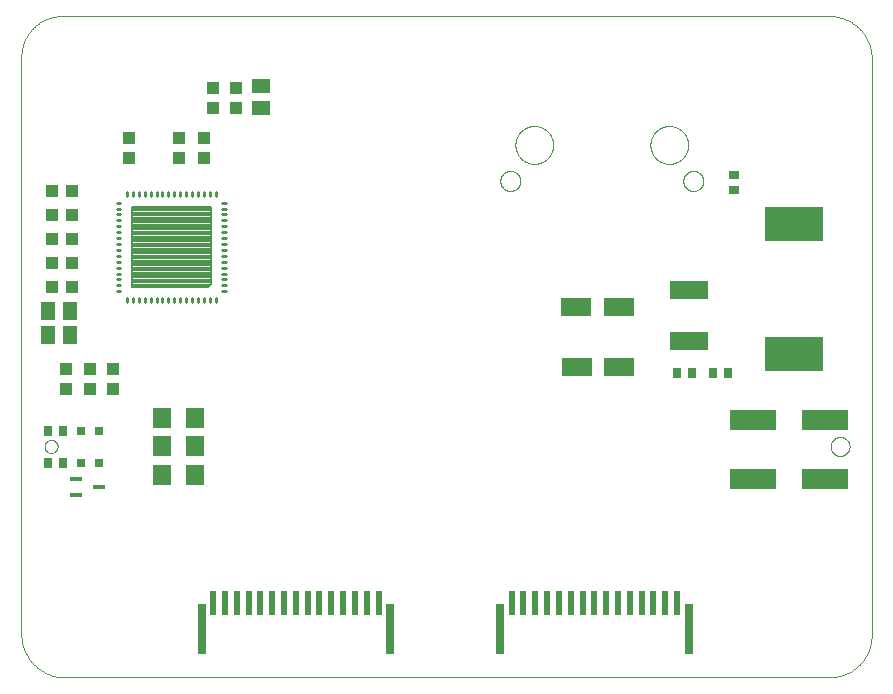
<source format=gtp>
G75*
%MOIN*%
%OFA0B0*%
%FSLAX25Y25*%
%IPPOS*%
%LPD*%
%AMOC8*
5,1,8,0,0,1.08239X$1,22.5*
%
%ADD10C,0.00000*%
%ADD11R,0.02400X0.07900*%
%ADD12R,0.02800X0.16500*%
%ADD13R,0.12992X0.06102*%
%ADD14R,0.02756X0.03543*%
%ADD15R,0.03150X0.03150*%
%ADD16R,0.10236X0.06299*%
%ADD17R,0.06299X0.07087*%
%ADD18R,0.04400X0.01800*%
%ADD19R,0.15748X0.07087*%
%ADD20R,0.03543X0.02756*%
%ADD21R,0.19685X0.11811*%
%ADD22C,0.00984*%
%ADD23C,0.00800*%
%ADD24R,0.04331X0.03937*%
%ADD25R,0.03937X0.04331*%
%ADD26R,0.05906X0.05118*%
%ADD27R,0.05118X0.05906*%
D10*
X0015673Y0001500D02*
X0270791Y0001500D01*
X0271133Y0001504D01*
X0271476Y0001517D01*
X0271818Y0001537D01*
X0272159Y0001566D01*
X0272499Y0001603D01*
X0272839Y0001649D01*
X0273177Y0001702D01*
X0273514Y0001764D01*
X0273849Y0001834D01*
X0274183Y0001912D01*
X0274514Y0001998D01*
X0274844Y0002092D01*
X0275171Y0002194D01*
X0275495Y0002303D01*
X0275817Y0002421D01*
X0276136Y0002546D01*
X0276451Y0002679D01*
X0276764Y0002820D01*
X0277072Y0002968D01*
X0277378Y0003123D01*
X0277679Y0003286D01*
X0277976Y0003456D01*
X0278269Y0003633D01*
X0278558Y0003818D01*
X0278842Y0004009D01*
X0279122Y0004207D01*
X0279396Y0004411D01*
X0279666Y0004623D01*
X0279930Y0004840D01*
X0280189Y0005064D01*
X0280443Y0005295D01*
X0280691Y0005531D01*
X0280933Y0005773D01*
X0281169Y0006021D01*
X0281400Y0006275D01*
X0281624Y0006534D01*
X0281841Y0006798D01*
X0282053Y0007068D01*
X0282257Y0007342D01*
X0282455Y0007622D01*
X0282646Y0007906D01*
X0282831Y0008195D01*
X0283008Y0008488D01*
X0283178Y0008785D01*
X0283341Y0009086D01*
X0283496Y0009392D01*
X0283644Y0009700D01*
X0283785Y0010013D01*
X0283918Y0010328D01*
X0284043Y0010647D01*
X0284161Y0010969D01*
X0284270Y0011293D01*
X0284372Y0011620D01*
X0284466Y0011950D01*
X0284552Y0012281D01*
X0284630Y0012615D01*
X0284700Y0012950D01*
X0284762Y0013287D01*
X0284815Y0013625D01*
X0284861Y0013965D01*
X0284898Y0014305D01*
X0284927Y0014646D01*
X0284947Y0014988D01*
X0284960Y0015331D01*
X0284964Y0015673D01*
X0284965Y0015673D02*
X0284965Y0207799D01*
X0284964Y0207799D02*
X0284960Y0208141D01*
X0284947Y0208484D01*
X0284927Y0208826D01*
X0284898Y0209167D01*
X0284861Y0209507D01*
X0284815Y0209847D01*
X0284762Y0210185D01*
X0284700Y0210522D01*
X0284630Y0210857D01*
X0284552Y0211191D01*
X0284466Y0211522D01*
X0284372Y0211852D01*
X0284270Y0212179D01*
X0284161Y0212503D01*
X0284043Y0212825D01*
X0283918Y0213144D01*
X0283785Y0213459D01*
X0283644Y0213772D01*
X0283496Y0214080D01*
X0283341Y0214386D01*
X0283178Y0214687D01*
X0283008Y0214984D01*
X0282831Y0215277D01*
X0282646Y0215566D01*
X0282455Y0215850D01*
X0282257Y0216130D01*
X0282053Y0216404D01*
X0281841Y0216674D01*
X0281624Y0216938D01*
X0281400Y0217197D01*
X0281169Y0217451D01*
X0280933Y0217699D01*
X0280691Y0217941D01*
X0280443Y0218177D01*
X0280189Y0218408D01*
X0279930Y0218632D01*
X0279666Y0218849D01*
X0279396Y0219061D01*
X0279122Y0219265D01*
X0278842Y0219463D01*
X0278558Y0219654D01*
X0278269Y0219839D01*
X0277976Y0220016D01*
X0277679Y0220186D01*
X0277378Y0220349D01*
X0277072Y0220504D01*
X0276764Y0220652D01*
X0276451Y0220793D01*
X0276136Y0220926D01*
X0275817Y0221051D01*
X0275495Y0221169D01*
X0275171Y0221278D01*
X0274844Y0221380D01*
X0274514Y0221474D01*
X0274183Y0221560D01*
X0273849Y0221638D01*
X0273514Y0221708D01*
X0273177Y0221770D01*
X0272839Y0221823D01*
X0272499Y0221869D01*
X0272159Y0221906D01*
X0271818Y0221935D01*
X0271476Y0221955D01*
X0271133Y0221968D01*
X0270791Y0221972D01*
X0015673Y0221972D01*
X0001500Y0208799D02*
X0001500Y0016673D01*
X0001492Y0016318D01*
X0001492Y0015963D01*
X0001502Y0015609D01*
X0001520Y0015254D01*
X0001546Y0014901D01*
X0001581Y0014548D01*
X0001625Y0014195D01*
X0001677Y0013845D01*
X0001737Y0013495D01*
X0001806Y0013147D01*
X0001884Y0012801D01*
X0001969Y0012456D01*
X0002063Y0012114D01*
X0002165Y0011774D01*
X0002276Y0011437D01*
X0002394Y0011103D01*
X0002521Y0010771D01*
X0002655Y0010443D01*
X0002798Y0010118D01*
X0002948Y0009797D01*
X0003106Y0009479D01*
X0003271Y0009165D01*
X0003445Y0008855D01*
X0003625Y0008550D01*
X0003813Y0008249D01*
X0004008Y0007953D01*
X0004210Y0007661D01*
X0004419Y0007375D01*
X0004635Y0007093D01*
X0004858Y0006817D01*
X0005088Y0006546D01*
X0005323Y0006281D01*
X0005566Y0006022D01*
X0005814Y0005769D01*
X0006068Y0005521D01*
X0006329Y0005280D01*
X0006595Y0005046D01*
X0006867Y0004817D01*
X0007144Y0004596D01*
X0007426Y0004381D01*
X0007714Y0004173D01*
X0008006Y0003972D01*
X0008303Y0003778D01*
X0008605Y0003592D01*
X0008911Y0003413D01*
X0009222Y0003241D01*
X0009536Y0003077D01*
X0009855Y0002920D01*
X0010177Y0002771D01*
X0010502Y0002630D01*
X0010831Y0002497D01*
X0011163Y0002372D01*
X0011498Y0002255D01*
X0011836Y0002146D01*
X0012176Y0002046D01*
X0012518Y0001953D01*
X0012863Y0001869D01*
X0013210Y0001793D01*
X0013558Y0001726D01*
X0013908Y0001667D01*
X0014259Y0001616D01*
X0014611Y0001574D01*
X0014965Y0001541D01*
X0015319Y0001516D01*
X0015673Y0001500D01*
X0009276Y0078500D02*
X0009278Y0078593D01*
X0009284Y0078685D01*
X0009294Y0078777D01*
X0009308Y0078868D01*
X0009325Y0078959D01*
X0009347Y0079049D01*
X0009372Y0079138D01*
X0009401Y0079226D01*
X0009434Y0079312D01*
X0009471Y0079397D01*
X0009511Y0079481D01*
X0009555Y0079562D01*
X0009602Y0079642D01*
X0009652Y0079720D01*
X0009706Y0079795D01*
X0009763Y0079868D01*
X0009823Y0079938D01*
X0009886Y0080006D01*
X0009952Y0080071D01*
X0010020Y0080133D01*
X0010091Y0080193D01*
X0010165Y0080249D01*
X0010241Y0080302D01*
X0010319Y0080351D01*
X0010399Y0080398D01*
X0010481Y0080440D01*
X0010565Y0080480D01*
X0010650Y0080515D01*
X0010737Y0080547D01*
X0010825Y0080576D01*
X0010914Y0080600D01*
X0011004Y0080621D01*
X0011095Y0080637D01*
X0011187Y0080650D01*
X0011279Y0080659D01*
X0011372Y0080664D01*
X0011464Y0080665D01*
X0011557Y0080662D01*
X0011649Y0080655D01*
X0011741Y0080644D01*
X0011832Y0080629D01*
X0011923Y0080611D01*
X0012013Y0080588D01*
X0012101Y0080562D01*
X0012189Y0080532D01*
X0012275Y0080498D01*
X0012359Y0080461D01*
X0012442Y0080419D01*
X0012523Y0080375D01*
X0012603Y0080327D01*
X0012680Y0080276D01*
X0012754Y0080221D01*
X0012827Y0080163D01*
X0012897Y0080103D01*
X0012964Y0080039D01*
X0013028Y0079973D01*
X0013090Y0079903D01*
X0013148Y0079832D01*
X0013203Y0079758D01*
X0013255Y0079681D01*
X0013304Y0079602D01*
X0013350Y0079522D01*
X0013392Y0079439D01*
X0013430Y0079355D01*
X0013465Y0079269D01*
X0013496Y0079182D01*
X0013523Y0079094D01*
X0013546Y0079004D01*
X0013566Y0078914D01*
X0013582Y0078823D01*
X0013594Y0078731D01*
X0013602Y0078639D01*
X0013606Y0078546D01*
X0013606Y0078454D01*
X0013602Y0078361D01*
X0013594Y0078269D01*
X0013582Y0078177D01*
X0013566Y0078086D01*
X0013546Y0077996D01*
X0013523Y0077906D01*
X0013496Y0077818D01*
X0013465Y0077731D01*
X0013430Y0077645D01*
X0013392Y0077561D01*
X0013350Y0077478D01*
X0013304Y0077398D01*
X0013255Y0077319D01*
X0013203Y0077242D01*
X0013148Y0077168D01*
X0013090Y0077097D01*
X0013028Y0077027D01*
X0012964Y0076961D01*
X0012897Y0076897D01*
X0012827Y0076837D01*
X0012754Y0076779D01*
X0012680Y0076724D01*
X0012603Y0076673D01*
X0012524Y0076625D01*
X0012442Y0076581D01*
X0012359Y0076539D01*
X0012275Y0076502D01*
X0012189Y0076468D01*
X0012101Y0076438D01*
X0012013Y0076412D01*
X0011923Y0076389D01*
X0011832Y0076371D01*
X0011741Y0076356D01*
X0011649Y0076345D01*
X0011557Y0076338D01*
X0011464Y0076335D01*
X0011372Y0076336D01*
X0011279Y0076341D01*
X0011187Y0076350D01*
X0011095Y0076363D01*
X0011004Y0076379D01*
X0010914Y0076400D01*
X0010825Y0076424D01*
X0010737Y0076453D01*
X0010650Y0076485D01*
X0010565Y0076520D01*
X0010481Y0076560D01*
X0010399Y0076602D01*
X0010319Y0076649D01*
X0010241Y0076698D01*
X0010165Y0076751D01*
X0010091Y0076807D01*
X0010020Y0076867D01*
X0009952Y0076929D01*
X0009886Y0076994D01*
X0009823Y0077062D01*
X0009763Y0077132D01*
X0009706Y0077205D01*
X0009652Y0077280D01*
X0009602Y0077358D01*
X0009555Y0077438D01*
X0009511Y0077519D01*
X0009471Y0077603D01*
X0009434Y0077688D01*
X0009401Y0077774D01*
X0009372Y0077862D01*
X0009347Y0077951D01*
X0009325Y0078041D01*
X0009308Y0078132D01*
X0009294Y0078223D01*
X0009284Y0078315D01*
X0009278Y0078407D01*
X0009276Y0078500D01*
X0161142Y0166992D02*
X0161144Y0167107D01*
X0161150Y0167223D01*
X0161160Y0167338D01*
X0161174Y0167453D01*
X0161192Y0167567D01*
X0161214Y0167680D01*
X0161239Y0167793D01*
X0161269Y0167904D01*
X0161302Y0168015D01*
X0161339Y0168124D01*
X0161380Y0168232D01*
X0161425Y0168339D01*
X0161473Y0168444D01*
X0161525Y0168547D01*
X0161581Y0168648D01*
X0161640Y0168748D01*
X0161702Y0168845D01*
X0161768Y0168940D01*
X0161836Y0169033D01*
X0161908Y0169123D01*
X0161983Y0169211D01*
X0162062Y0169296D01*
X0162143Y0169378D01*
X0162226Y0169458D01*
X0162313Y0169534D01*
X0162402Y0169608D01*
X0162493Y0169678D01*
X0162587Y0169746D01*
X0162683Y0169810D01*
X0162782Y0169870D01*
X0162882Y0169927D01*
X0162984Y0169981D01*
X0163088Y0170031D01*
X0163194Y0170078D01*
X0163301Y0170121D01*
X0163410Y0170160D01*
X0163520Y0170195D01*
X0163631Y0170226D01*
X0163743Y0170254D01*
X0163856Y0170278D01*
X0163970Y0170298D01*
X0164085Y0170314D01*
X0164200Y0170326D01*
X0164315Y0170334D01*
X0164430Y0170338D01*
X0164546Y0170338D01*
X0164661Y0170334D01*
X0164776Y0170326D01*
X0164891Y0170314D01*
X0165006Y0170298D01*
X0165120Y0170278D01*
X0165233Y0170254D01*
X0165345Y0170226D01*
X0165456Y0170195D01*
X0165566Y0170160D01*
X0165675Y0170121D01*
X0165782Y0170078D01*
X0165888Y0170031D01*
X0165992Y0169981D01*
X0166094Y0169927D01*
X0166194Y0169870D01*
X0166293Y0169810D01*
X0166389Y0169746D01*
X0166483Y0169678D01*
X0166574Y0169608D01*
X0166663Y0169534D01*
X0166750Y0169458D01*
X0166833Y0169378D01*
X0166914Y0169296D01*
X0166993Y0169211D01*
X0167068Y0169123D01*
X0167140Y0169033D01*
X0167208Y0168940D01*
X0167274Y0168845D01*
X0167336Y0168748D01*
X0167395Y0168648D01*
X0167451Y0168547D01*
X0167503Y0168444D01*
X0167551Y0168339D01*
X0167596Y0168232D01*
X0167637Y0168124D01*
X0167674Y0168015D01*
X0167707Y0167904D01*
X0167737Y0167793D01*
X0167762Y0167680D01*
X0167784Y0167567D01*
X0167802Y0167453D01*
X0167816Y0167338D01*
X0167826Y0167223D01*
X0167832Y0167107D01*
X0167834Y0166992D01*
X0167832Y0166877D01*
X0167826Y0166761D01*
X0167816Y0166646D01*
X0167802Y0166531D01*
X0167784Y0166417D01*
X0167762Y0166304D01*
X0167737Y0166191D01*
X0167707Y0166080D01*
X0167674Y0165969D01*
X0167637Y0165860D01*
X0167596Y0165752D01*
X0167551Y0165645D01*
X0167503Y0165540D01*
X0167451Y0165437D01*
X0167395Y0165336D01*
X0167336Y0165236D01*
X0167274Y0165139D01*
X0167208Y0165044D01*
X0167140Y0164951D01*
X0167068Y0164861D01*
X0166993Y0164773D01*
X0166914Y0164688D01*
X0166833Y0164606D01*
X0166750Y0164526D01*
X0166663Y0164450D01*
X0166574Y0164376D01*
X0166483Y0164306D01*
X0166389Y0164238D01*
X0166293Y0164174D01*
X0166194Y0164114D01*
X0166094Y0164057D01*
X0165992Y0164003D01*
X0165888Y0163953D01*
X0165782Y0163906D01*
X0165675Y0163863D01*
X0165566Y0163824D01*
X0165456Y0163789D01*
X0165345Y0163758D01*
X0165233Y0163730D01*
X0165120Y0163706D01*
X0165006Y0163686D01*
X0164891Y0163670D01*
X0164776Y0163658D01*
X0164661Y0163650D01*
X0164546Y0163646D01*
X0164430Y0163646D01*
X0164315Y0163650D01*
X0164200Y0163658D01*
X0164085Y0163670D01*
X0163970Y0163686D01*
X0163856Y0163706D01*
X0163743Y0163730D01*
X0163631Y0163758D01*
X0163520Y0163789D01*
X0163410Y0163824D01*
X0163301Y0163863D01*
X0163194Y0163906D01*
X0163088Y0163953D01*
X0162984Y0164003D01*
X0162882Y0164057D01*
X0162782Y0164114D01*
X0162683Y0164174D01*
X0162587Y0164238D01*
X0162493Y0164306D01*
X0162402Y0164376D01*
X0162313Y0164450D01*
X0162226Y0164526D01*
X0162143Y0164606D01*
X0162062Y0164688D01*
X0161983Y0164773D01*
X0161908Y0164861D01*
X0161836Y0164951D01*
X0161768Y0165044D01*
X0161702Y0165139D01*
X0161640Y0165236D01*
X0161581Y0165336D01*
X0161525Y0165437D01*
X0161473Y0165540D01*
X0161425Y0165645D01*
X0161380Y0165752D01*
X0161339Y0165860D01*
X0161302Y0165969D01*
X0161269Y0166080D01*
X0161239Y0166191D01*
X0161214Y0166304D01*
X0161192Y0166417D01*
X0161174Y0166531D01*
X0161160Y0166646D01*
X0161150Y0166761D01*
X0161144Y0166877D01*
X0161142Y0166992D01*
X0166201Y0179000D02*
X0166203Y0179158D01*
X0166209Y0179316D01*
X0166219Y0179474D01*
X0166233Y0179632D01*
X0166251Y0179789D01*
X0166272Y0179946D01*
X0166298Y0180102D01*
X0166328Y0180258D01*
X0166361Y0180413D01*
X0166399Y0180566D01*
X0166440Y0180719D01*
X0166485Y0180871D01*
X0166534Y0181022D01*
X0166587Y0181171D01*
X0166643Y0181319D01*
X0166703Y0181465D01*
X0166767Y0181610D01*
X0166835Y0181753D01*
X0166906Y0181895D01*
X0166980Y0182035D01*
X0167058Y0182172D01*
X0167140Y0182308D01*
X0167224Y0182442D01*
X0167313Y0182573D01*
X0167404Y0182702D01*
X0167499Y0182829D01*
X0167596Y0182954D01*
X0167697Y0183076D01*
X0167801Y0183195D01*
X0167908Y0183312D01*
X0168018Y0183426D01*
X0168131Y0183537D01*
X0168246Y0183646D01*
X0168364Y0183751D01*
X0168485Y0183853D01*
X0168608Y0183953D01*
X0168734Y0184049D01*
X0168862Y0184142D01*
X0168992Y0184232D01*
X0169125Y0184318D01*
X0169260Y0184402D01*
X0169396Y0184481D01*
X0169535Y0184558D01*
X0169676Y0184630D01*
X0169818Y0184700D01*
X0169962Y0184765D01*
X0170108Y0184827D01*
X0170255Y0184885D01*
X0170404Y0184940D01*
X0170554Y0184991D01*
X0170705Y0185038D01*
X0170857Y0185081D01*
X0171010Y0185120D01*
X0171165Y0185156D01*
X0171320Y0185187D01*
X0171476Y0185215D01*
X0171632Y0185239D01*
X0171789Y0185259D01*
X0171947Y0185275D01*
X0172104Y0185287D01*
X0172263Y0185295D01*
X0172421Y0185299D01*
X0172579Y0185299D01*
X0172737Y0185295D01*
X0172896Y0185287D01*
X0173053Y0185275D01*
X0173211Y0185259D01*
X0173368Y0185239D01*
X0173524Y0185215D01*
X0173680Y0185187D01*
X0173835Y0185156D01*
X0173990Y0185120D01*
X0174143Y0185081D01*
X0174295Y0185038D01*
X0174446Y0184991D01*
X0174596Y0184940D01*
X0174745Y0184885D01*
X0174892Y0184827D01*
X0175038Y0184765D01*
X0175182Y0184700D01*
X0175324Y0184630D01*
X0175465Y0184558D01*
X0175604Y0184481D01*
X0175740Y0184402D01*
X0175875Y0184318D01*
X0176008Y0184232D01*
X0176138Y0184142D01*
X0176266Y0184049D01*
X0176392Y0183953D01*
X0176515Y0183853D01*
X0176636Y0183751D01*
X0176754Y0183646D01*
X0176869Y0183537D01*
X0176982Y0183426D01*
X0177092Y0183312D01*
X0177199Y0183195D01*
X0177303Y0183076D01*
X0177404Y0182954D01*
X0177501Y0182829D01*
X0177596Y0182702D01*
X0177687Y0182573D01*
X0177776Y0182442D01*
X0177860Y0182308D01*
X0177942Y0182172D01*
X0178020Y0182035D01*
X0178094Y0181895D01*
X0178165Y0181753D01*
X0178233Y0181610D01*
X0178297Y0181465D01*
X0178357Y0181319D01*
X0178413Y0181171D01*
X0178466Y0181022D01*
X0178515Y0180871D01*
X0178560Y0180719D01*
X0178601Y0180566D01*
X0178639Y0180413D01*
X0178672Y0180258D01*
X0178702Y0180102D01*
X0178728Y0179946D01*
X0178749Y0179789D01*
X0178767Y0179632D01*
X0178781Y0179474D01*
X0178791Y0179316D01*
X0178797Y0179158D01*
X0178799Y0179000D01*
X0178797Y0178842D01*
X0178791Y0178684D01*
X0178781Y0178526D01*
X0178767Y0178368D01*
X0178749Y0178211D01*
X0178728Y0178054D01*
X0178702Y0177898D01*
X0178672Y0177742D01*
X0178639Y0177587D01*
X0178601Y0177434D01*
X0178560Y0177281D01*
X0178515Y0177129D01*
X0178466Y0176978D01*
X0178413Y0176829D01*
X0178357Y0176681D01*
X0178297Y0176535D01*
X0178233Y0176390D01*
X0178165Y0176247D01*
X0178094Y0176105D01*
X0178020Y0175965D01*
X0177942Y0175828D01*
X0177860Y0175692D01*
X0177776Y0175558D01*
X0177687Y0175427D01*
X0177596Y0175298D01*
X0177501Y0175171D01*
X0177404Y0175046D01*
X0177303Y0174924D01*
X0177199Y0174805D01*
X0177092Y0174688D01*
X0176982Y0174574D01*
X0176869Y0174463D01*
X0176754Y0174354D01*
X0176636Y0174249D01*
X0176515Y0174147D01*
X0176392Y0174047D01*
X0176266Y0173951D01*
X0176138Y0173858D01*
X0176008Y0173768D01*
X0175875Y0173682D01*
X0175740Y0173598D01*
X0175604Y0173519D01*
X0175465Y0173442D01*
X0175324Y0173370D01*
X0175182Y0173300D01*
X0175038Y0173235D01*
X0174892Y0173173D01*
X0174745Y0173115D01*
X0174596Y0173060D01*
X0174446Y0173009D01*
X0174295Y0172962D01*
X0174143Y0172919D01*
X0173990Y0172880D01*
X0173835Y0172844D01*
X0173680Y0172813D01*
X0173524Y0172785D01*
X0173368Y0172761D01*
X0173211Y0172741D01*
X0173053Y0172725D01*
X0172896Y0172713D01*
X0172737Y0172705D01*
X0172579Y0172701D01*
X0172421Y0172701D01*
X0172263Y0172705D01*
X0172104Y0172713D01*
X0171947Y0172725D01*
X0171789Y0172741D01*
X0171632Y0172761D01*
X0171476Y0172785D01*
X0171320Y0172813D01*
X0171165Y0172844D01*
X0171010Y0172880D01*
X0170857Y0172919D01*
X0170705Y0172962D01*
X0170554Y0173009D01*
X0170404Y0173060D01*
X0170255Y0173115D01*
X0170108Y0173173D01*
X0169962Y0173235D01*
X0169818Y0173300D01*
X0169676Y0173370D01*
X0169535Y0173442D01*
X0169396Y0173519D01*
X0169260Y0173598D01*
X0169125Y0173682D01*
X0168992Y0173768D01*
X0168862Y0173858D01*
X0168734Y0173951D01*
X0168608Y0174047D01*
X0168485Y0174147D01*
X0168364Y0174249D01*
X0168246Y0174354D01*
X0168131Y0174463D01*
X0168018Y0174574D01*
X0167908Y0174688D01*
X0167801Y0174805D01*
X0167697Y0174924D01*
X0167596Y0175046D01*
X0167499Y0175171D01*
X0167404Y0175298D01*
X0167313Y0175427D01*
X0167224Y0175558D01*
X0167140Y0175692D01*
X0167058Y0175828D01*
X0166980Y0175965D01*
X0166906Y0176105D01*
X0166835Y0176247D01*
X0166767Y0176390D01*
X0166703Y0176535D01*
X0166643Y0176681D01*
X0166587Y0176829D01*
X0166534Y0176978D01*
X0166485Y0177129D01*
X0166440Y0177281D01*
X0166399Y0177434D01*
X0166361Y0177587D01*
X0166328Y0177742D01*
X0166298Y0177898D01*
X0166272Y0178054D01*
X0166251Y0178211D01*
X0166233Y0178368D01*
X0166219Y0178526D01*
X0166209Y0178684D01*
X0166203Y0178842D01*
X0166201Y0179000D01*
X0211201Y0179000D02*
X0211203Y0179158D01*
X0211209Y0179316D01*
X0211219Y0179474D01*
X0211233Y0179632D01*
X0211251Y0179789D01*
X0211272Y0179946D01*
X0211298Y0180102D01*
X0211328Y0180258D01*
X0211361Y0180413D01*
X0211399Y0180566D01*
X0211440Y0180719D01*
X0211485Y0180871D01*
X0211534Y0181022D01*
X0211587Y0181171D01*
X0211643Y0181319D01*
X0211703Y0181465D01*
X0211767Y0181610D01*
X0211835Y0181753D01*
X0211906Y0181895D01*
X0211980Y0182035D01*
X0212058Y0182172D01*
X0212140Y0182308D01*
X0212224Y0182442D01*
X0212313Y0182573D01*
X0212404Y0182702D01*
X0212499Y0182829D01*
X0212596Y0182954D01*
X0212697Y0183076D01*
X0212801Y0183195D01*
X0212908Y0183312D01*
X0213018Y0183426D01*
X0213131Y0183537D01*
X0213246Y0183646D01*
X0213364Y0183751D01*
X0213485Y0183853D01*
X0213608Y0183953D01*
X0213734Y0184049D01*
X0213862Y0184142D01*
X0213992Y0184232D01*
X0214125Y0184318D01*
X0214260Y0184402D01*
X0214396Y0184481D01*
X0214535Y0184558D01*
X0214676Y0184630D01*
X0214818Y0184700D01*
X0214962Y0184765D01*
X0215108Y0184827D01*
X0215255Y0184885D01*
X0215404Y0184940D01*
X0215554Y0184991D01*
X0215705Y0185038D01*
X0215857Y0185081D01*
X0216010Y0185120D01*
X0216165Y0185156D01*
X0216320Y0185187D01*
X0216476Y0185215D01*
X0216632Y0185239D01*
X0216789Y0185259D01*
X0216947Y0185275D01*
X0217104Y0185287D01*
X0217263Y0185295D01*
X0217421Y0185299D01*
X0217579Y0185299D01*
X0217737Y0185295D01*
X0217896Y0185287D01*
X0218053Y0185275D01*
X0218211Y0185259D01*
X0218368Y0185239D01*
X0218524Y0185215D01*
X0218680Y0185187D01*
X0218835Y0185156D01*
X0218990Y0185120D01*
X0219143Y0185081D01*
X0219295Y0185038D01*
X0219446Y0184991D01*
X0219596Y0184940D01*
X0219745Y0184885D01*
X0219892Y0184827D01*
X0220038Y0184765D01*
X0220182Y0184700D01*
X0220324Y0184630D01*
X0220465Y0184558D01*
X0220604Y0184481D01*
X0220740Y0184402D01*
X0220875Y0184318D01*
X0221008Y0184232D01*
X0221138Y0184142D01*
X0221266Y0184049D01*
X0221392Y0183953D01*
X0221515Y0183853D01*
X0221636Y0183751D01*
X0221754Y0183646D01*
X0221869Y0183537D01*
X0221982Y0183426D01*
X0222092Y0183312D01*
X0222199Y0183195D01*
X0222303Y0183076D01*
X0222404Y0182954D01*
X0222501Y0182829D01*
X0222596Y0182702D01*
X0222687Y0182573D01*
X0222776Y0182442D01*
X0222860Y0182308D01*
X0222942Y0182172D01*
X0223020Y0182035D01*
X0223094Y0181895D01*
X0223165Y0181753D01*
X0223233Y0181610D01*
X0223297Y0181465D01*
X0223357Y0181319D01*
X0223413Y0181171D01*
X0223466Y0181022D01*
X0223515Y0180871D01*
X0223560Y0180719D01*
X0223601Y0180566D01*
X0223639Y0180413D01*
X0223672Y0180258D01*
X0223702Y0180102D01*
X0223728Y0179946D01*
X0223749Y0179789D01*
X0223767Y0179632D01*
X0223781Y0179474D01*
X0223791Y0179316D01*
X0223797Y0179158D01*
X0223799Y0179000D01*
X0223797Y0178842D01*
X0223791Y0178684D01*
X0223781Y0178526D01*
X0223767Y0178368D01*
X0223749Y0178211D01*
X0223728Y0178054D01*
X0223702Y0177898D01*
X0223672Y0177742D01*
X0223639Y0177587D01*
X0223601Y0177434D01*
X0223560Y0177281D01*
X0223515Y0177129D01*
X0223466Y0176978D01*
X0223413Y0176829D01*
X0223357Y0176681D01*
X0223297Y0176535D01*
X0223233Y0176390D01*
X0223165Y0176247D01*
X0223094Y0176105D01*
X0223020Y0175965D01*
X0222942Y0175828D01*
X0222860Y0175692D01*
X0222776Y0175558D01*
X0222687Y0175427D01*
X0222596Y0175298D01*
X0222501Y0175171D01*
X0222404Y0175046D01*
X0222303Y0174924D01*
X0222199Y0174805D01*
X0222092Y0174688D01*
X0221982Y0174574D01*
X0221869Y0174463D01*
X0221754Y0174354D01*
X0221636Y0174249D01*
X0221515Y0174147D01*
X0221392Y0174047D01*
X0221266Y0173951D01*
X0221138Y0173858D01*
X0221008Y0173768D01*
X0220875Y0173682D01*
X0220740Y0173598D01*
X0220604Y0173519D01*
X0220465Y0173442D01*
X0220324Y0173370D01*
X0220182Y0173300D01*
X0220038Y0173235D01*
X0219892Y0173173D01*
X0219745Y0173115D01*
X0219596Y0173060D01*
X0219446Y0173009D01*
X0219295Y0172962D01*
X0219143Y0172919D01*
X0218990Y0172880D01*
X0218835Y0172844D01*
X0218680Y0172813D01*
X0218524Y0172785D01*
X0218368Y0172761D01*
X0218211Y0172741D01*
X0218053Y0172725D01*
X0217896Y0172713D01*
X0217737Y0172705D01*
X0217579Y0172701D01*
X0217421Y0172701D01*
X0217263Y0172705D01*
X0217104Y0172713D01*
X0216947Y0172725D01*
X0216789Y0172741D01*
X0216632Y0172761D01*
X0216476Y0172785D01*
X0216320Y0172813D01*
X0216165Y0172844D01*
X0216010Y0172880D01*
X0215857Y0172919D01*
X0215705Y0172962D01*
X0215554Y0173009D01*
X0215404Y0173060D01*
X0215255Y0173115D01*
X0215108Y0173173D01*
X0214962Y0173235D01*
X0214818Y0173300D01*
X0214676Y0173370D01*
X0214535Y0173442D01*
X0214396Y0173519D01*
X0214260Y0173598D01*
X0214125Y0173682D01*
X0213992Y0173768D01*
X0213862Y0173858D01*
X0213734Y0173951D01*
X0213608Y0174047D01*
X0213485Y0174147D01*
X0213364Y0174249D01*
X0213246Y0174354D01*
X0213131Y0174463D01*
X0213018Y0174574D01*
X0212908Y0174688D01*
X0212801Y0174805D01*
X0212697Y0174924D01*
X0212596Y0175046D01*
X0212499Y0175171D01*
X0212404Y0175298D01*
X0212313Y0175427D01*
X0212224Y0175558D01*
X0212140Y0175692D01*
X0212058Y0175828D01*
X0211980Y0175965D01*
X0211906Y0176105D01*
X0211835Y0176247D01*
X0211767Y0176390D01*
X0211703Y0176535D01*
X0211643Y0176681D01*
X0211587Y0176829D01*
X0211534Y0176978D01*
X0211485Y0177129D01*
X0211440Y0177281D01*
X0211399Y0177434D01*
X0211361Y0177587D01*
X0211328Y0177742D01*
X0211298Y0177898D01*
X0211272Y0178054D01*
X0211251Y0178211D01*
X0211233Y0178368D01*
X0211219Y0178526D01*
X0211209Y0178684D01*
X0211203Y0178842D01*
X0211201Y0179000D01*
X0222166Y0166992D02*
X0222168Y0167107D01*
X0222174Y0167223D01*
X0222184Y0167338D01*
X0222198Y0167453D01*
X0222216Y0167567D01*
X0222238Y0167680D01*
X0222263Y0167793D01*
X0222293Y0167904D01*
X0222326Y0168015D01*
X0222363Y0168124D01*
X0222404Y0168232D01*
X0222449Y0168339D01*
X0222497Y0168444D01*
X0222549Y0168547D01*
X0222605Y0168648D01*
X0222664Y0168748D01*
X0222726Y0168845D01*
X0222792Y0168940D01*
X0222860Y0169033D01*
X0222932Y0169123D01*
X0223007Y0169211D01*
X0223086Y0169296D01*
X0223167Y0169378D01*
X0223250Y0169458D01*
X0223337Y0169534D01*
X0223426Y0169608D01*
X0223517Y0169678D01*
X0223611Y0169746D01*
X0223707Y0169810D01*
X0223806Y0169870D01*
X0223906Y0169927D01*
X0224008Y0169981D01*
X0224112Y0170031D01*
X0224218Y0170078D01*
X0224325Y0170121D01*
X0224434Y0170160D01*
X0224544Y0170195D01*
X0224655Y0170226D01*
X0224767Y0170254D01*
X0224880Y0170278D01*
X0224994Y0170298D01*
X0225109Y0170314D01*
X0225224Y0170326D01*
X0225339Y0170334D01*
X0225454Y0170338D01*
X0225570Y0170338D01*
X0225685Y0170334D01*
X0225800Y0170326D01*
X0225915Y0170314D01*
X0226030Y0170298D01*
X0226144Y0170278D01*
X0226257Y0170254D01*
X0226369Y0170226D01*
X0226480Y0170195D01*
X0226590Y0170160D01*
X0226699Y0170121D01*
X0226806Y0170078D01*
X0226912Y0170031D01*
X0227016Y0169981D01*
X0227118Y0169927D01*
X0227218Y0169870D01*
X0227317Y0169810D01*
X0227413Y0169746D01*
X0227507Y0169678D01*
X0227598Y0169608D01*
X0227687Y0169534D01*
X0227774Y0169458D01*
X0227857Y0169378D01*
X0227938Y0169296D01*
X0228017Y0169211D01*
X0228092Y0169123D01*
X0228164Y0169033D01*
X0228232Y0168940D01*
X0228298Y0168845D01*
X0228360Y0168748D01*
X0228419Y0168648D01*
X0228475Y0168547D01*
X0228527Y0168444D01*
X0228575Y0168339D01*
X0228620Y0168232D01*
X0228661Y0168124D01*
X0228698Y0168015D01*
X0228731Y0167904D01*
X0228761Y0167793D01*
X0228786Y0167680D01*
X0228808Y0167567D01*
X0228826Y0167453D01*
X0228840Y0167338D01*
X0228850Y0167223D01*
X0228856Y0167107D01*
X0228858Y0166992D01*
X0228856Y0166877D01*
X0228850Y0166761D01*
X0228840Y0166646D01*
X0228826Y0166531D01*
X0228808Y0166417D01*
X0228786Y0166304D01*
X0228761Y0166191D01*
X0228731Y0166080D01*
X0228698Y0165969D01*
X0228661Y0165860D01*
X0228620Y0165752D01*
X0228575Y0165645D01*
X0228527Y0165540D01*
X0228475Y0165437D01*
X0228419Y0165336D01*
X0228360Y0165236D01*
X0228298Y0165139D01*
X0228232Y0165044D01*
X0228164Y0164951D01*
X0228092Y0164861D01*
X0228017Y0164773D01*
X0227938Y0164688D01*
X0227857Y0164606D01*
X0227774Y0164526D01*
X0227687Y0164450D01*
X0227598Y0164376D01*
X0227507Y0164306D01*
X0227413Y0164238D01*
X0227317Y0164174D01*
X0227218Y0164114D01*
X0227118Y0164057D01*
X0227016Y0164003D01*
X0226912Y0163953D01*
X0226806Y0163906D01*
X0226699Y0163863D01*
X0226590Y0163824D01*
X0226480Y0163789D01*
X0226369Y0163758D01*
X0226257Y0163730D01*
X0226144Y0163706D01*
X0226030Y0163686D01*
X0225915Y0163670D01*
X0225800Y0163658D01*
X0225685Y0163650D01*
X0225570Y0163646D01*
X0225454Y0163646D01*
X0225339Y0163650D01*
X0225224Y0163658D01*
X0225109Y0163670D01*
X0224994Y0163686D01*
X0224880Y0163706D01*
X0224767Y0163730D01*
X0224655Y0163758D01*
X0224544Y0163789D01*
X0224434Y0163824D01*
X0224325Y0163863D01*
X0224218Y0163906D01*
X0224112Y0163953D01*
X0224008Y0164003D01*
X0223906Y0164057D01*
X0223806Y0164114D01*
X0223707Y0164174D01*
X0223611Y0164238D01*
X0223517Y0164306D01*
X0223426Y0164376D01*
X0223337Y0164450D01*
X0223250Y0164526D01*
X0223167Y0164606D01*
X0223086Y0164688D01*
X0223007Y0164773D01*
X0222932Y0164861D01*
X0222860Y0164951D01*
X0222792Y0165044D01*
X0222726Y0165139D01*
X0222664Y0165236D01*
X0222605Y0165336D01*
X0222549Y0165437D01*
X0222497Y0165540D01*
X0222449Y0165645D01*
X0222404Y0165752D01*
X0222363Y0165860D01*
X0222326Y0165969D01*
X0222293Y0166080D01*
X0222263Y0166191D01*
X0222238Y0166304D01*
X0222216Y0166417D01*
X0222198Y0166531D01*
X0222184Y0166646D01*
X0222174Y0166761D01*
X0222168Y0166877D01*
X0222166Y0166992D01*
X0271283Y0078500D02*
X0271285Y0078612D01*
X0271291Y0078723D01*
X0271301Y0078835D01*
X0271315Y0078946D01*
X0271332Y0079056D01*
X0271354Y0079166D01*
X0271380Y0079275D01*
X0271409Y0079383D01*
X0271442Y0079489D01*
X0271479Y0079595D01*
X0271520Y0079699D01*
X0271565Y0079802D01*
X0271613Y0079903D01*
X0271664Y0080002D01*
X0271719Y0080099D01*
X0271778Y0080194D01*
X0271839Y0080288D01*
X0271904Y0080379D01*
X0271973Y0080467D01*
X0272044Y0080553D01*
X0272118Y0080637D01*
X0272196Y0080717D01*
X0272276Y0080795D01*
X0272359Y0080871D01*
X0272444Y0080943D01*
X0272532Y0081012D01*
X0272622Y0081078D01*
X0272715Y0081140D01*
X0272810Y0081200D01*
X0272907Y0081256D01*
X0273005Y0081308D01*
X0273106Y0081357D01*
X0273208Y0081402D01*
X0273312Y0081444D01*
X0273417Y0081482D01*
X0273524Y0081516D01*
X0273631Y0081546D01*
X0273740Y0081573D01*
X0273849Y0081595D01*
X0273960Y0081614D01*
X0274070Y0081629D01*
X0274182Y0081640D01*
X0274293Y0081647D01*
X0274405Y0081650D01*
X0274517Y0081649D01*
X0274629Y0081644D01*
X0274740Y0081635D01*
X0274851Y0081622D01*
X0274962Y0081605D01*
X0275072Y0081585D01*
X0275181Y0081560D01*
X0275289Y0081532D01*
X0275396Y0081499D01*
X0275502Y0081463D01*
X0275606Y0081423D01*
X0275709Y0081380D01*
X0275811Y0081333D01*
X0275910Y0081282D01*
X0276008Y0081228D01*
X0276104Y0081170D01*
X0276198Y0081109D01*
X0276289Y0081045D01*
X0276378Y0080978D01*
X0276465Y0080907D01*
X0276549Y0080833D01*
X0276631Y0080757D01*
X0276709Y0080677D01*
X0276785Y0080595D01*
X0276858Y0080510D01*
X0276928Y0080423D01*
X0276994Y0080333D01*
X0277058Y0080241D01*
X0277118Y0080147D01*
X0277175Y0080051D01*
X0277228Y0079952D01*
X0277278Y0079852D01*
X0277324Y0079751D01*
X0277367Y0079647D01*
X0277406Y0079542D01*
X0277441Y0079436D01*
X0277472Y0079329D01*
X0277500Y0079220D01*
X0277523Y0079111D01*
X0277543Y0079001D01*
X0277559Y0078890D01*
X0277571Y0078779D01*
X0277579Y0078668D01*
X0277583Y0078556D01*
X0277583Y0078444D01*
X0277579Y0078332D01*
X0277571Y0078221D01*
X0277559Y0078110D01*
X0277543Y0077999D01*
X0277523Y0077889D01*
X0277500Y0077780D01*
X0277472Y0077671D01*
X0277441Y0077564D01*
X0277406Y0077458D01*
X0277367Y0077353D01*
X0277324Y0077249D01*
X0277278Y0077148D01*
X0277228Y0077048D01*
X0277175Y0076949D01*
X0277118Y0076853D01*
X0277058Y0076759D01*
X0276994Y0076667D01*
X0276928Y0076577D01*
X0276858Y0076490D01*
X0276785Y0076405D01*
X0276709Y0076323D01*
X0276631Y0076243D01*
X0276549Y0076167D01*
X0276465Y0076093D01*
X0276378Y0076022D01*
X0276289Y0075955D01*
X0276198Y0075891D01*
X0276104Y0075830D01*
X0276008Y0075772D01*
X0275910Y0075718D01*
X0275811Y0075667D01*
X0275709Y0075620D01*
X0275606Y0075577D01*
X0275502Y0075537D01*
X0275396Y0075501D01*
X0275289Y0075468D01*
X0275181Y0075440D01*
X0275072Y0075415D01*
X0274962Y0075395D01*
X0274851Y0075378D01*
X0274740Y0075365D01*
X0274629Y0075356D01*
X0274517Y0075351D01*
X0274405Y0075350D01*
X0274293Y0075353D01*
X0274182Y0075360D01*
X0274070Y0075371D01*
X0273960Y0075386D01*
X0273849Y0075405D01*
X0273740Y0075427D01*
X0273631Y0075454D01*
X0273524Y0075484D01*
X0273417Y0075518D01*
X0273312Y0075556D01*
X0273208Y0075598D01*
X0273106Y0075643D01*
X0273005Y0075692D01*
X0272907Y0075744D01*
X0272810Y0075800D01*
X0272715Y0075860D01*
X0272622Y0075922D01*
X0272532Y0075988D01*
X0272444Y0076057D01*
X0272359Y0076129D01*
X0272276Y0076205D01*
X0272196Y0076283D01*
X0272118Y0076363D01*
X0272044Y0076447D01*
X0271973Y0076533D01*
X0271904Y0076621D01*
X0271839Y0076712D01*
X0271778Y0076806D01*
X0271719Y0076901D01*
X0271664Y0076998D01*
X0271613Y0077097D01*
X0271565Y0077198D01*
X0271520Y0077301D01*
X0271479Y0077405D01*
X0271442Y0077511D01*
X0271409Y0077617D01*
X0271380Y0077725D01*
X0271354Y0077834D01*
X0271332Y0077944D01*
X0271315Y0078054D01*
X0271301Y0078165D01*
X0271291Y0078277D01*
X0271285Y0078388D01*
X0271283Y0078500D01*
X0015673Y0221972D02*
X0015342Y0221980D01*
X0015012Y0221980D01*
X0014681Y0221972D01*
X0014351Y0221956D01*
X0014021Y0221932D01*
X0013692Y0221901D01*
X0013364Y0221861D01*
X0013037Y0221813D01*
X0012711Y0221758D01*
X0012386Y0221694D01*
X0012063Y0221623D01*
X0011742Y0221544D01*
X0011423Y0221457D01*
X0011107Y0221363D01*
X0010792Y0221261D01*
X0010480Y0221151D01*
X0010171Y0221034D01*
X0009865Y0220909D01*
X0009562Y0220777D01*
X0009262Y0220638D01*
X0008965Y0220492D01*
X0008672Y0220338D01*
X0008383Y0220177D01*
X0008098Y0220010D01*
X0007817Y0219836D01*
X0007541Y0219654D01*
X0007269Y0219467D01*
X0007001Y0219272D01*
X0006738Y0219072D01*
X0006480Y0218865D01*
X0006228Y0218652D01*
X0005980Y0218433D01*
X0005738Y0218207D01*
X0005501Y0217977D01*
X0005270Y0217740D01*
X0005045Y0217498D01*
X0004826Y0217251D01*
X0004612Y0216998D01*
X0004405Y0216740D01*
X0004204Y0216478D01*
X0004010Y0216210D01*
X0003822Y0215938D01*
X0003641Y0215662D01*
X0003466Y0215381D01*
X0003299Y0215096D01*
X0003138Y0214807D01*
X0002984Y0214514D01*
X0002838Y0214218D01*
X0002698Y0213918D01*
X0002566Y0213615D01*
X0002441Y0213309D01*
X0002324Y0213000D01*
X0002214Y0212688D01*
X0002112Y0212373D01*
X0002017Y0212057D01*
X0001930Y0211738D01*
X0001851Y0211417D01*
X0001779Y0211094D01*
X0001716Y0210769D01*
X0001660Y0210443D01*
X0001612Y0210116D01*
X0001572Y0209788D01*
X0001540Y0209459D01*
X0001516Y0209129D01*
X0001500Y0208799D01*
D11*
X0065500Y0026200D03*
X0069400Y0026200D03*
X0073300Y0026200D03*
X0077300Y0026200D03*
X0081200Y0026200D03*
X0085200Y0026200D03*
X0089100Y0026200D03*
X0093000Y0026200D03*
X0097000Y0026200D03*
X0100900Y0026200D03*
X0104800Y0026200D03*
X0108800Y0026200D03*
X0112700Y0026200D03*
X0116700Y0026200D03*
X0120600Y0026200D03*
X0165000Y0026200D03*
X0168900Y0026200D03*
X0172800Y0026200D03*
X0176800Y0026200D03*
X0180700Y0026200D03*
X0184700Y0026200D03*
X0188600Y0026200D03*
X0192500Y0026200D03*
X0196500Y0026200D03*
X0200400Y0026200D03*
X0204300Y0026200D03*
X0208300Y0026200D03*
X0212200Y0026200D03*
X0216200Y0026200D03*
X0220100Y0026200D03*
D12*
X0224000Y0017800D03*
X0161100Y0017800D03*
X0124500Y0017800D03*
X0061600Y0017800D03*
D13*
X0224200Y0113598D03*
X0224200Y0130802D03*
D14*
X0225059Y0103000D03*
X0219941Y0103000D03*
X0231941Y0103000D03*
X0237059Y0103000D03*
X0015559Y0083500D03*
X0010441Y0083500D03*
X0010441Y0073000D03*
X0015559Y0073000D03*
D15*
X0021547Y0073000D03*
X0027453Y0073000D03*
X0027453Y0083500D03*
X0021547Y0083500D03*
D16*
X0186613Y0105000D03*
X0200787Y0105000D03*
X0200737Y0125000D03*
X0186563Y0125000D03*
D17*
X0059512Y0088000D03*
X0059512Y0078500D03*
X0048488Y0078500D03*
X0048488Y0088000D03*
X0048488Y0069000D03*
X0059512Y0069000D03*
D18*
X0027400Y0064950D03*
X0019800Y0062350D03*
X0019800Y0067550D03*
D19*
X0245500Y0067657D03*
X0245500Y0087343D03*
X0269500Y0087343D03*
X0269500Y0067657D03*
D20*
X0239150Y0163941D03*
X0239150Y0169059D03*
D21*
X0259000Y0152654D03*
X0259000Y0109346D03*
D22*
X0069716Y0130236D02*
X0068536Y0130236D01*
X0068536Y0132205D02*
X0069716Y0132205D01*
X0069716Y0134173D02*
X0068536Y0134173D01*
X0068536Y0136142D02*
X0069716Y0136142D01*
X0069716Y0138110D02*
X0068536Y0138110D01*
X0068536Y0140079D02*
X0069716Y0140079D01*
X0069716Y0142047D02*
X0068536Y0142047D01*
X0068536Y0144016D02*
X0069716Y0144016D01*
X0069716Y0145984D02*
X0068536Y0145984D01*
X0068536Y0147953D02*
X0069716Y0147953D01*
X0069716Y0149921D02*
X0068536Y0149921D01*
X0068536Y0151890D02*
X0069716Y0151890D01*
X0069716Y0153858D02*
X0068536Y0153858D01*
X0068536Y0155827D02*
X0069716Y0155827D01*
X0069716Y0157795D02*
X0068536Y0157795D01*
X0068536Y0159764D02*
X0069716Y0159764D01*
X0066264Y0162036D02*
X0066264Y0163216D01*
X0064295Y0163216D02*
X0064295Y0162036D01*
X0062327Y0162036D02*
X0062327Y0163216D01*
X0060358Y0163216D02*
X0060358Y0162036D01*
X0058390Y0162036D02*
X0058390Y0163216D01*
X0056421Y0163216D02*
X0056421Y0162036D01*
X0054453Y0162036D02*
X0054453Y0163216D01*
X0052484Y0163216D02*
X0052484Y0162036D01*
X0050516Y0162036D02*
X0050516Y0163216D01*
X0048547Y0163216D02*
X0048547Y0162036D01*
X0046579Y0162036D02*
X0046579Y0163216D01*
X0044610Y0163216D02*
X0044610Y0162036D01*
X0042642Y0162036D02*
X0042642Y0163216D01*
X0040673Y0163216D02*
X0040673Y0162036D01*
X0038705Y0162036D02*
X0038705Y0163216D01*
X0036736Y0163216D02*
X0036736Y0162036D01*
X0034464Y0159764D02*
X0033284Y0159764D01*
X0033284Y0157795D02*
X0034464Y0157795D01*
X0034464Y0155827D02*
X0033284Y0155827D01*
X0033284Y0153858D02*
X0034464Y0153858D01*
X0034464Y0151890D02*
X0033284Y0151890D01*
X0033284Y0149921D02*
X0034464Y0149921D01*
X0034464Y0147953D02*
X0033284Y0147953D01*
X0033284Y0145984D02*
X0034464Y0145984D01*
X0034464Y0144016D02*
X0033284Y0144016D01*
X0033284Y0142047D02*
X0034464Y0142047D01*
X0034464Y0140079D02*
X0033284Y0140079D01*
X0033284Y0138110D02*
X0034464Y0138110D01*
X0034464Y0136142D02*
X0033284Y0136142D01*
X0033284Y0134173D02*
X0034464Y0134173D01*
X0034464Y0132205D02*
X0033284Y0132205D01*
X0033284Y0130236D02*
X0034464Y0130236D01*
X0036736Y0127964D02*
X0036736Y0126784D01*
X0038705Y0126784D02*
X0038705Y0127964D01*
X0040673Y0127964D02*
X0040673Y0126784D01*
X0042642Y0126784D02*
X0042642Y0127964D01*
X0044610Y0127964D02*
X0044610Y0126784D01*
X0046579Y0126784D02*
X0046579Y0127964D01*
X0048547Y0127964D02*
X0048547Y0126784D01*
X0050516Y0126784D02*
X0050516Y0127964D01*
X0052484Y0127964D02*
X0052484Y0126784D01*
X0054453Y0126784D02*
X0054453Y0127964D01*
X0056421Y0127964D02*
X0056421Y0126784D01*
X0058390Y0126784D02*
X0058390Y0127964D01*
X0060358Y0127964D02*
X0060358Y0126784D01*
X0062327Y0126784D02*
X0062327Y0127964D01*
X0064295Y0127964D02*
X0064295Y0126784D01*
X0066264Y0126784D02*
X0066264Y0127964D01*
D23*
X0063705Y0131811D02*
X0038311Y0131811D01*
X0038311Y0158189D01*
X0064689Y0158189D01*
X0064689Y0132795D01*
X0063705Y0131811D01*
X0064350Y0132456D02*
X0038311Y0132456D01*
X0038311Y0133254D02*
X0064689Y0133254D01*
X0064689Y0134053D02*
X0038311Y0134053D01*
X0038311Y0134851D02*
X0064689Y0134851D01*
X0064689Y0135650D02*
X0038311Y0135650D01*
X0038311Y0136448D02*
X0064689Y0136448D01*
X0064689Y0137247D02*
X0038311Y0137247D01*
X0038311Y0138045D02*
X0064689Y0138045D01*
X0064689Y0138844D02*
X0038311Y0138844D01*
X0038311Y0139642D02*
X0064689Y0139642D01*
X0064689Y0140441D02*
X0038311Y0140441D01*
X0038311Y0141239D02*
X0064689Y0141239D01*
X0064689Y0142038D02*
X0038311Y0142038D01*
X0038311Y0142837D02*
X0064689Y0142837D01*
X0064689Y0143635D02*
X0038311Y0143635D01*
X0038311Y0144434D02*
X0064689Y0144434D01*
X0064689Y0145232D02*
X0038311Y0145232D01*
X0038311Y0146031D02*
X0064689Y0146031D01*
X0064689Y0146829D02*
X0038311Y0146829D01*
X0038311Y0147628D02*
X0064689Y0147628D01*
X0064689Y0148426D02*
X0038311Y0148426D01*
X0038311Y0149225D02*
X0064689Y0149225D01*
X0064689Y0150023D02*
X0038311Y0150023D01*
X0038311Y0150822D02*
X0064689Y0150822D01*
X0064689Y0151620D02*
X0038311Y0151620D01*
X0038311Y0152419D02*
X0064689Y0152419D01*
X0064689Y0153217D02*
X0038311Y0153217D01*
X0038311Y0154016D02*
X0064689Y0154016D01*
X0064689Y0154814D02*
X0038311Y0154814D01*
X0038311Y0155613D02*
X0064689Y0155613D01*
X0064689Y0156411D02*
X0038311Y0156411D01*
X0038311Y0157210D02*
X0064689Y0157210D01*
X0064689Y0158008D02*
X0038311Y0158008D01*
D24*
X0037500Y0174654D03*
X0037500Y0181346D03*
X0018346Y0163500D03*
X0011654Y0163500D03*
X0011654Y0155500D03*
X0018346Y0155500D03*
X0018346Y0147500D03*
X0011654Y0147500D03*
X0011654Y0131500D03*
X0018346Y0131500D03*
X0024250Y0104346D03*
X0024250Y0097654D03*
D25*
X0016500Y0097654D03*
X0016500Y0104346D03*
X0032000Y0104346D03*
X0032000Y0097654D03*
X0018346Y0139500D03*
X0011654Y0139500D03*
X0054000Y0174654D03*
X0054000Y0181346D03*
X0062500Y0181346D03*
X0062500Y0174654D03*
X0065500Y0191154D03*
X0065500Y0197846D03*
X0073000Y0197846D03*
X0073000Y0191154D03*
D26*
X0081500Y0191260D03*
X0081500Y0198740D03*
D27*
X0017740Y0123500D03*
X0010260Y0123500D03*
X0010260Y0115600D03*
X0017740Y0115600D03*
M02*

</source>
